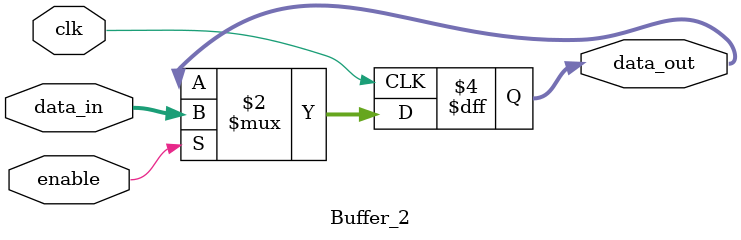
<source format=v>
`timescale 1ns/1ns

module Buffer_2(
    input wire clk,
    input wire enable,
    input wire [31:0] data_in,
    output reg [31:0] data_out
);
    always @(posedge clk) begin
        if (enable)
            data_out <= data_in;
    end
endmodule


</source>
